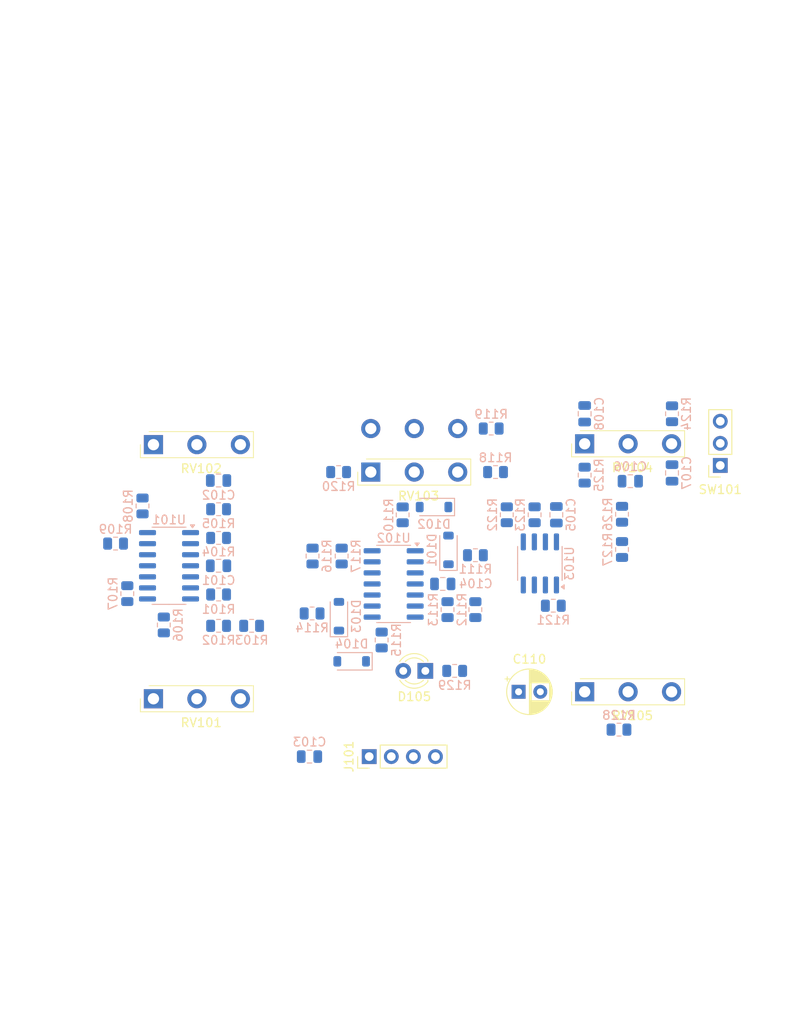
<source format=kicad_pcb>
(kicad_pcb (version 20240108) (generator "pcbnew") (generator_version "8.0")
  (layers (0 "F.Cu" signal) (31 "B.Cu" signal) (34 "B.Paste" user) (35 "F.Paste" user) (36 "B.SilkS" user "B.Silkscreen") (37 "F.SilkS" user "F.Silkscreen") (38 "B.Mask" user) (39 "F.Mask" user) (44 "Edge.Cuts" user))
  (net 0 "")
  (net 1 "GND")
  (net 2 "+9V")
  (net 3 "Net-(U101A-+)")
  (net 4 "Net-(C103-Pad2)")
  (net 5 "FX_IN")
  (net 6 "/FxFull")
  (net 7 "Net-(C106-Pad2)")
  (net 8 "Net-(C107-Pad2)")
  (net 9 "Net-(C108-Pad1)")
  (net 10 "Net-(D101-A)")
  (net 11 "Net-(D101-K)")
  (net 12 "Net-(D102-A)")
  (net 13 "Net-(D103-A)")
  (net 14 "Net-(D103-K)")
  (net 15 "Net-(D104-K)")
  (net 16 "Net-(D105-K)")
  (net 17 "FX_OUT")
  (net 18 "Net-(U101B-+)")
  (net 19 "Net-(R102-Pad2)")
  (net 20 "Net-(R106-Pad1)")
  (net 21 "Net-(U101C--)")
  (net 22 "/LoThresh")
  (net 23 "/Gtr_Gain")
  (net 24 "Net-(R108-Pad1)")
  (net 25 "Net-(U101D--)")
  (net 26 "/Bias")
  (net 27 "Net-(U102B--)")
  (net 28 "/HiRect")
  (net 29 "Net-(U102D--)")
  (net 30 "/LoRect")
  (net 31 "Net-(R118-Pad2)")
  (net 32 "Net-(R119-Pad2)")
  (net 33 "Net-(U103A--)")
  (net 34 "Net-(R121-Pad2)")
  (net 35 "Net-(U103B--)")
  (net 36 "/BYP")
  (net 37 "Net-(R128-Pad1)")
  (net 38 "/HiThresh")
  (net 39 "/TONE")
  (net 40 "Net-(SW101-B)")
  (footprint "LED_THT:LED_D3.0mm" (layer "F.Cu") (at 48.875 77.05 180)
    (property "Reference" "D105" (at 1.270001 -2.96 360) (layer "F.SilkS"))
    (property "Value" "LED")
    (pad "1" thru_hole rect (at 0 0 180) (size 1.8 1.8) (drill 0.9) (layers "*.Cu" "*.Mask") (net 16 "Net-(D105-K)"))
    (pad "2" thru_hole circle (at 2.54 0 180) (size 1.8 1.8) (drill 0.9) (layers "*.Cu" "*.Mask") (net 2 "+9V"))
  )
  (footprint "Connector_PinHeader_2.54mm:PinHeader_1x04_P2.54mm_Vertical" (layer "F.Cu") (at 42.420001 86.9 90)
    (property "Reference" "J101" (at 0 -2.33 90) (layer "F.SilkS"))
    (property "Value" "PWR")
    (pad "1" thru_hole rect (at 0 0 90) (size 1.7 1.7) (drill 1) (layers "*.Cu" "*.Mask") (net 5 "FX_IN"))
    (pad "2" thru_hole oval (at 0 2.54 90) (size 1.7 1.7) (drill 1) (layers "*.Cu" "*.Mask") (net 17 "FX_OUT"))
    (pad "3" thru_hole oval (at 0 5.079999 90) (size 1.7 1.7) (drill 1) (layers "*.Cu" "*.Mask") (net 2 "+9V"))
    (pad "4" thru_hole oval (at 0 7.62 90) (size 1.7 1.7) (drill 1) (layers "*.Cu" "*.Mask") (net 1 "GND"))
  )
  (footprint "Capacitor_THT:CP_Radial_D5.0mm_P2.50mm" (layer "F.Cu") (at 59.6 79.45)
    (property "Reference" "C110" (at 1.25 -3.75 0) (layer "F.SilkS"))
    (property "Value" "100u")
    (pad "1" thru_hole rect (at 0 0) (size 1.6 1.6) (drill 0.8) (layers "*.Cu" "*.Mask") (net 2 "+9V"))
    (pad "2" thru_hole circle (at 2.5 0) (size 1.6 1.6) (drill 0.8) (layers "*.Cu" "*.Mask") (net 1 "GND"))
  )
  (footprint "Potentiometer_THT:Potentiometer_Alpha_RV16A01F_41_Dual_Long" (layer "F.Cu") (at 42.6 54.2)
    (property "Reference" "RV103" (at 5.5 2.75 180) (layer "F.SilkS"))
    (property "Value" "100kB")
    (pad "1" thru_hole rect (at 0 0) (size 2.2 2.2) (drill 1.3) (layers "*.Cu" "*.Mask") (net 33 "Net-(U103A--)"))
    (pad "2" thru_hole circle (at 5 0) (size 2.2 2.2) (drill 1.3) (layers "*.Cu" "*.Mask") (net 33 "Net-(U103A--)"))
    (pad "3" thru_hole circle (at 10 0) (size 2.2 2.2) (drill 1.3) (layers "*.Cu" "*.Mask") (net 31 "Net-(R118-Pad2)"))
    (pad "4" thru_hole circle (at 0 -5) (size 2.2 2.2) (drill 1.3) (layers "*.Cu" "*.Mask") (net 33 "Net-(U103A--)"))
    (pad "5" thru_hole circle (at 5 -5) (size 2.2 2.2) (drill 1.3) (layers "*.Cu" "*.Mask") (net 33 "Net-(U103A--)"))
    (pad "6" thru_hole circle (at 10 -5) (size 2.2 2.2) (drill 1.3) (layers "*.Cu" "*.Mask") (net 32 "Net-(R119-Pad2)"))
  )
  (footprint "Potentiometer_THT:Potentiometer_Alpha_RV16AF_42_Single_Long" (layer "F.Cu") (at 67.2 50.95)
    (property "Reference" "RV104" (at 5.5 2.75 180) (layer "F.SilkS"))
    (property "Value" "10kB")
    (pad "1" thru_hole rect (at 0 0) (size 2.2 2.2) (drill 1.3) (layers "*.Cu" "*.Mask") (net 9 "Net-(C108-Pad1)"))
    (pad "2" thru_hole circle (at 5 0) (size 2.2 2.2) (drill 1.3) (layers "*.Cu" "*.Mask") (net 39 "/TONE"))
    (pad "3" thru_hole circle (at 10 0) (size 2.2 2.2) (drill 1.3) (layers "*.Cu" "*.Mask") (net 8 "Net-(C107-Pad2)"))
  )
  (footprint "Potentiometer_THT:Potentiometer_Alpha_RV16AF_42_Single_Long" (layer "F.Cu") (at 17.6 80.25)
    (property "Reference" "RV101" (at 5.5 2.75 180) (layer "F.SilkS"))
    (property "Value" "10k")
    (pad "1" thru_hole rect (at 0 0) (size 2.2 2.2) (drill 1.3) (layers "*.Cu" "*.Mask") (net 38 "/HiThresh"))
    (pad "2" thru_hole circle (at 5 0) (size 2.2 2.2) (drill 1.3) (layers "*.Cu" "*.Mask") (net 20 "Net-(R106-Pad1)"))
    (pad "3" thru_hole circle (at 10 0) (size 2.2 2.2) (drill 1.3) (layers "*.Cu" "*.Mask") (net 20 "Net-(R106-Pad1)"))
  )
  (footprint "Potentiometer_THT:Potentiometer_Alpha_RV16AF_42_Single_Long" (layer "F.Cu") (at 17.6 51.05)
    (property "Reference" "RV102" (at 5.5 2.75 180) (layer "F.SilkS"))
    (property "Value" "10kB")
    (pad "1" thru_hole rect (at 0 0) (size 2.2 2.2) (drill 1.3) (layers "*.Cu" "*.Mask") (net 25 "Net-(U101D--)"))
    (pad "2" thru_hole circle (at 5 0) (size 2.2 2.2) (drill 1.3) (layers "*.Cu" "*.Mask") (net 24 "Net-(R108-Pad1)"))
    (pad "3" thru_hole circle (at 10 0) (size 2.2 2.2) (drill 1.3) (layers "*.Cu" "*.Mask") (net 24 "Net-(R108-Pad1)"))
  )
  (footprint "Potentiometer_THT:Potentiometer_Alpha_RV16AF_42_Single_Long" (layer "F.Cu") (at 67.2 79.45)
    (property "Reference" "RV105" (at 5.5 2.75 180) (layer "F.SilkS"))
    (property "Value" "100kA")
    (pad "1" thru_hole rect (at 0 0) (size 2.2 2.2) (drill 1.3) (layers "*.Cu" "*.Mask") (net 1 "GND"))
    (pad "2" thru_hole circle (at 5 0) (size 2.2 2.2) (drill 1.3) (layers "*.Cu" "*.Mask") (net 37 "Net-(R128-Pad1)"))
    (pad "3" thru_hole circle (at 10 0) (size 2.2 2.2) (drill 1.3) (layers "*.Cu" "*.Mask") (net 40 "Net-(SW101-B)"))
  )
  (footprint "Connector_PinSocket_2.54mm:PinSocket_1x03_P2.54mm_Vertical" (layer "F.Cu") (at 82.8 53.44 180)
    (property "Reference" "SW101" (at 0 -2.77 0) (layer "F.SilkS"))
    (property "Value" "SW_SPDT")
    (pad "1" thru_hole rect (at 0 0 180) (size 1.7 1.7) (drill 1) (layers "*.Cu" "*.Mask") (net 36 "/BYP"))
    (pad "2" thru_hole oval (at 0 2.54 180) (size 1.7 1.7) (drill 1) (layers "*.Cu" "*.Mask") (net 40 "Net-(SW101-B)"))
    (pad "3" thru_hole oval (at 0 5.079999 180) (size 1.7 1.7) (drill 1) (layers "*.Cu" "*.Mask") (net 39 "/TONE"))
  )
  (footprint "Resistor_SMD:R_0805_2012Metric" (layer "B.Cu") (at 28.8925 71.87)
    (property "Reference" "R103" (at 0 1.65 0) (layer "B.SilkS") (effects (justify mirror)))
    (property "Value" "100k")
    (pad "1" smd roundrect (at -0.9125 0) (size 1.025 1.4) (layers "B.Cu" "B.Paste" "B.Mask") (roundrect_rratio 0.243902) (net 19 "Net-(R102-Pad2)"))
    (pad "2" smd roundrect (at 0.9125 0) (size 1.025 1.4) (layers "B.Cu" "B.Paste" "B.Mask") (roundrect_rratio 0.243902) (net 1 "GND"))
  )
  (footprint "Resistor_SMD:R_0805_2012Metric" (layer "B.Cu") (at 25.0925 71.87)
    (property "Reference" "R102" (at 0 1.65 0) (layer "B.SilkS") (effects (justify mirror)))
    (property "Value" "10k")
    (pad "1" smd roundrect (at -0.9125 0) (size 1.025 1.4) (layers "B.Cu" "B.Paste" "B.Mask") (roundrect_rratio 0.243902) (net 18 "Net-(U101B-+)"))
    (pad "2" smd roundrect (at 0.9125 0) (size 1.025 1.4) (layers "B.Cu" "B.Paste" "B.Mask") (roundrect_rratio 0.243902) (net 19 "Net-(R102-Pad2)"))
  )
  (footprint "Resistor_SMD:R_0805_2012Metric" (layer "B.Cu") (at 38.9 54.2)
    (property "Reference" "R120" (at 0 1.65 360) (layer "B.SilkS") (effects (justify mirror)))
    (property "Value" "47k")
    (pad "1" smd roundrect (at -0.9125 0) (size 1.025 1.4) (layers "B.Cu" "B.Paste" "B.Mask") (roundrect_rratio 0.243902) (net 23 "/Gtr_Gain"))
    (pad "2" smd roundrect (at 0.9125 0) (size 1.025 1.4) (layers "B.Cu" "B.Paste" "B.Mask") (roundrect_rratio 0.243902) (net 33 "Net-(U103A--)"))
  )
  (footprint "Capacitor_SMD:C_0805_2012Metric" (layer "B.Cu") (at 25.0925 64.97)
    (property "Reference" "C101" (at 0 1.679999 0) (layer "B.SilkS") (effects (justify mirror)))
    (property "Value" "100n")
    (pad "1" smd roundrect (at -0.949999 0) (size 1 1.45) (layers "B.Cu" "B.Paste" "B.Mask") (net 2 "+9V"))
    (pad "2" smd roundrect (at 0.949999 0) (size 1 1.45) (layers "B.Cu" "B.Paste" "B.Mask") (net 1 "GND"))
  )
  (footprint "Resistor_SMD:R_0805_2012Metric" (layer "B.Cu") (at 54.635 63.7575 180)
    (property "Reference" "R111" (at 0.005 -1.595 0) (layer "B.SilkS") (effects (justify mirror)))
    (property "Value" "100k")
    (pad "1" smd roundrect (at -0.9125 0 180) (size 1.025 1.4) (layers "B.Cu" "B.Paste" "B.Mask") (roundrect_rratio 0.243902) (net 23 "/Gtr_Gain"))
    (pad "2" smd roundrect (at 0.9125 0 180) (size 1.025 1.4) (layers "B.Cu" "B.Paste" "B.Mask") (roundrect_rratio 0.243902) (net 11 "Net-(D101-K)"))
  )
  (footprint "Resistor_SMD:R_0805_2012Metric" (layer "B.Cu") (at 56.95 54.2 180)
    (property "Reference" "R118" (at 0 1.65 360) (layer "B.SilkS") (effects (justify mirror)))
    (property "Value" "47k")
    (pad "1" smd roundrect (at -0.9125 0 180) (size 1.025 1.4) (layers "B.Cu" "B.Paste" "B.Mask") (roundrect_rratio 0.243902) (net 28 "/HiRect"))
    (pad "2" smd roundrect (at 0.9125 0 180) (size 1.025 1.4) (layers "B.Cu" "B.Paste" "B.Mask") (roundrect_rratio 0.243902) (net 31 "Net-(R118-Pad2)"))
  )
  (footprint "Package_SO:SOIC-8_3.9x4.9mm_P1.27mm" (layer "B.Cu") (at 62.05 64.7 90)
    (property "Reference" "U103" (at 0 3.4 90) (layer "B.SilkS") (effects (justify mirror)))
    (property "Value" "TL072")
    (pad "1" smd roundrect (at -2.475 1.905 90) (size 1.95 0.6) (layers "B.Cu" "B.Paste" "B.Mask") (net 34 "Net-(R121-Pad2)"))
    (pad "2" smd roundrect (at -2.475 0.635 90) (size 1.95 0.6) (layers "B.Cu" "B.Paste" "B.Mask") (net 33 "Net-(U103A--)"))
    (pad "3" smd roundrect (at -2.475 -0.635 90) (size 1.95 0.6) (layers "B.Cu" "B.Paste" "B.Mask") (net 26 "/Bias"))
    (pad "4" smd roundrect (at -2.475 -1.905 90) (size 1.95 0.6) (layers "B.Cu" "B.Paste" "B.Mask") (net 1 "GND"))
    (pad "5" smd roundrect (at 2.475 -1.905 90) (size 1.95 0.6) (layers "B.Cu" "B.Paste" "B.Mask") (net 26 "/Bias"))
    (pad "6" smd roundrect (at 2.475 -0.635 90) (size 1.95 0.6) (layers "B.Cu" "B.Paste" "B.Mask") (net 35 "Net-(U103B--)"))
    (pad "7" smd roundrect (at 2.475 0.635 90) (size 1.95 0.6) (layers "B.Cu" "B.Paste" "B.Mask") (net 6 "/FxFull"))
    (pad "8" smd roundrect (at 2.475 1.905 90) (size 1.95 0.6) (layers "B.Cu" "B.Paste" "B.Mask") (net 2 "+9V"))
  )
  (footprint "Resistor_SMD:R_0805_2012Metric" (layer "B.Cu") (at 39.25 63.85 90)
    (property "Reference" "R117" (at 0 1.65 90) (layer "B.SilkS") (effects (justify mirror)))
    (property "Value" "100k")
    (pad "1" smd roundrect (at -0.9125 0 90) (size 1.025 1.4) (layers "B.Cu" "B.Paste" "B.Mask") (roundrect_rratio 0.243902) (net 29 "Net-(U102D--)"))
    (pad "2" smd roundrect (at 0.9125 0 90) (size 1.025 1.4) (layers "B.Cu" "B.Paste" "B.Mask") (roundrect_rratio 0.243902) (net 30 "/LoRect"))
  )
  (footprint "Resistor_SMD:R_0805_2012Metric" (layer "B.Cu") (at 77.25 47.5 90)
    (property "Reference" "R124" (at 0 1.65 90) (layer "B.SilkS") (effects (justify mirror)))
    (property "Value" "1k8")
    (pad "1" smd roundrect (at -0.9125 0 90) (size 1.025 1.4) (layers "B.Cu" "B.Paste" "B.Mask") (roundrect_rratio 0.243902) (net 8 "Net-(C107-Pad2)"))
    (pad "2" smd roundrect (at 0.9125 0 90) (size 1.025 1.4) (layers "B.Cu" "B.Paste" "B.Mask") (roundrect_rratio 0.243902) (net 1 "GND"))
  )
  (footprint "Capacitor_SMD:C_0805_2012Metric" (layer "B.Cu") (at 25.0925 55.17)
    (property "Reference" "C102" (at 0 1.679999 0) (layer "B.SilkS") (effects (justify mirror)))
    (property "Value" "100n")
    (pad "1" smd roundrect (at -0.949999 0) (size 1 1.45) (layers "B.Cu" "B.Paste" "B.Mask") (net 3 "Net-(U101A-+)"))
    (pad "2" smd roundrect (at 0.949999 0) (size 1 1.45) (layers "B.Cu" "B.Paste" "B.Mask") (net 1 "GND"))
  )
  (footprint "Resistor_SMD:R_0805_2012Metric" (layer "B.Cu") (at 58.245 59.108573 -90)
    (property "Reference" "R122" (at 0 1.65 90) (layer "B.SilkS") (effects (justify mirror)))
    (property "Value" "47k")
    (pad "1" smd roundrect (at -0.9125 0 270) (size 1.025 1.4) (layers "B.Cu" "B.Paste" "B.Mask") (roundrect_rratio 0.243902) (net 34 "Net-(R121-Pad2)"))
    (pad "2" smd roundrect (at 0.9125 0 270) (size 1.025 1.4) (layers "B.Cu" "B.Paste" "B.Mask") (roundrect_rratio 0.243902) (net 35 "Net-(U103B--)"))
  )
  (footprint "Resistor_SMD:R_0805_2012Metric" (layer "B.Cu") (at 25.0925 68.27 180)
    (property "Reference" "R101" (at 0 -1.7 0) (layer "B.SilkS") (effects (justify mirror)))
    (property "Value" "100k")
    (pad "1" smd roundrect (at -0.9125 0 180) (size 1.025 1.4) (layers "B.Cu" "B.Paste" "B.Mask") (roundrect_rratio 0.243902) (net 2 "+9V"))
    (pad "2" smd roundrect (at 0.9125 0 180) (size 1.025 1.4) (layers "B.Cu" "B.Paste" "B.Mask") (roundrect_rratio 0.243902) (net 18 "Net-(U101B-+)"))
  )
  (footprint "Resistor_SMD:R_0805_2012Metric" (layer "B.Cu") (at 35.85 70.45)
    (property "Reference" "R114" (at 0 1.65 360) (layer "B.SilkS") (effects (justify mirror)))
    (property "Value" "100k")
    (pad "1" smd roundrect (at -0.9125 0) (size 1.025 1.4) (layers "B.Cu" "B.Paste" "B.Mask") (roundrect_rratio 0.243902) (net 23 "/Gtr_Gain"))
    (pad "2" smd roundrect (at 0.9125 0) (size 1.025 1.4) (layers "B.Cu" "B.Paste" "B.Mask") (roundrect_rratio 0.243902) (net 13 "Net-(D103-A)"))
  )
  (footprint "Capacitor_SMD:C_0805_2012Metric" (layer "B.Cu") (at 50.88 67.0575)
    (property "Reference" "C104" (at 3.8 -0.025 0) (layer "B.SilkS") (effects (justify mirror)))
    (property "Value" "100n")
    (pad "1" smd roundrect (at -0.949999 0) (size 1 1.45) (layers "B.Cu" "B.Paste" "B.Mask") (net 2 "+9V"))
    (pad "2" smd roundrect (at 0.949999 0) (size 1 1.45) (layers "B.Cu" "B.Paste" "B.Mask") (net 1 "GND"))
  )
  (footprint "Resistor_SMD:R_0805_2012Metric" (layer "B.Cu") (at 51.43 70.0075 -90)
    (property "Reference" "R113" (at 0 1.65 90) (layer "B.SilkS") (effects (justify mirror)))
    (property "Value" "100k")
    (pad "1" smd roundrect (at -0.9125 0 270) (size 1.025 1.4) (layers "B.Cu" "B.Paste" "B.Mask") (roundrect_rratio 0.243902) (net 27 "Net-(U102B--)"))
    (pad "2" smd roundrect (at 0.9125 0 270) (size 1.025 1.4) (layers "B.Cu" "B.Paste" "B.Mask") (roundrect_rratio 0.243902) (net 28 "/HiRect"))
  )
  (footprint "Resistor_SMD:R_0805_2012Metric" (layer "B.Cu") (at 61.445 59.108572 -90)
    (property "Reference" "R123" (at 0 1.65 90) (layer "B.SilkS") (effects (justify mirror)))
    (property "Value" "100k")
    (pad "1" smd roundrect (at -0.9125 0 270) (size 1.025 1.4) (layers "B.Cu" "B.Paste" "B.Mask") (roundrect_rratio 0.243902) (net 35 "Net-(U103B--)"))
    (pad "2" smd roundrect (at 0.9125 0 270) (size 1.025 1.4) (layers "B.Cu" "B.Paste" "B.Mask") (roundrect_rratio 0.243902) (net 6 "/FxFull"))
  )
  (footprint "Resistor_SMD:R_0805_2012Metric" (layer "B.Cu") (at 71.5 59.05 -90)
    (property "Reference" "R126" (at 0 1.65 90) (layer "B.SilkS") (effects (justify mirror)))
    (property "Value" "100k")
    (pad "1" smd roundrect (at -0.9125 0 270) (size 1.025 1.4) (layers "B.Cu" "B.Paste" "B.Mask") (roundrect_rratio 0.243902) (net 7 "Net-(C106-Pad2)"))
    (pad "2" smd roundrect (at 0.9125 0 270) (size 1.025 1.4) (layers "B.Cu" "B.Paste" "B.Mask") (roundrect_rratio 0.243902) (net 36 "/BYP"))
  )
  (footprint "Resistor_SMD:R_0805_2012Metric" (layer "B.Cu") (at 56.45 49.2 180)
    (property "Reference" "R119" (at 0 1.65 0) (layer "B.SilkS") (effects (justify mirror)))
    (property "Value" "47k")
    (pad "1" smd roundrect (at -0.9125 0 180) (size 1.025 1.4) (layers "B.Cu" "B.Paste" "B.Mask") (roundrect_rratio 0.243902) (net 30 "/LoRect"))
    (pad "2" smd roundrect (at 0.9125 0 180) (size 1.025 1.4) (layers "B.Cu" "B.Paste" "B.Mask") (roundrect_rratio 0.243902) (net 32 "Net-(R119-Pad2)"))
  )
  (footprint "Resistor_SMD:R_0805_2012Metric" (layer "B.Cu") (at 35.9 63.85 90)
    (property "Reference" "R116" (at 0 1.65 90) (layer "B.SilkS") (effects (justify mirror)))
    (property "Value" "100k")
    (pad "1" smd roundrect (at -0.9125 0 90) (size 1.025 1.4) (layers "B.Cu" "B.Paste" "B.Mask") (roundrect_rratio 0.243902) (net 26 "/Bias"))
    (pad "2" smd roundrect (at 0.9125 0 90) (size 1.025 1.4) (layers "B.Cu" "B.Paste" "B.Mask") (roundrect_rratio 0.243902) (net 29 "Net-(U102D--)"))
  )
  (footprint "Diode_SMD:D_SOD-123" (layer "B.Cu") (at 40.4 75.95 180)
    (property "Reference" "D104" (at 0 2 0) (layer "B.SilkS") (effects (justify mirror)))
    (property "Value" "1N4148W")
    (pad "1" smd roundrect (at -1.65 0 180) (size 0.9 1.2) (layers "B.Cu" "B.Paste" "B.Mask") (net 15 "Net-(D104-K)"))
    (pad "2" smd roundrect (at 1.65 0 180) (size 0.9 1.2) (layers "B.Cu" "B.Paste" "B.Mask") (net 14 "Net-(D103-K)"))
  )
  (footprint "Diode_SMD:D_SOD-123" (layer "B.Cu") (at 51.535 63.1475 90)
    (property "Reference" "D101" (at -0.025 -1.9 90) (layer "B.SilkS") (effects (justify mirror)))
    (property "Value" "1N4148W")
    (pad "1" smd roundrect (at -1.65 0 90) (size 0.9 1.2) (layers "B.Cu" "B.Paste" "B.Mask") (net 11 "Net-(D101-K)"))
    (pad "2" smd roundrect (at 1.65 0 90) (size 0.9 1.2) (layers "B.Cu" "B.Paste" "B.Mask") (net 10 "Net-(D101-A)"))
  )
  (footprint "Resistor_SMD:R_0805_2012Metric" (layer "B.Cu") (at 67.2 54.55 90)
    (property "Reference" "R125" (at 0 1.65 90) (layer "B.SilkS") (effects (justify mirror)))
    (property "Value" "5k6")
    (pad "1" smd roundrect (at -0.9125 0 90) (size 1.025 1.4) (layers "B.Cu" "B.Paste" "B.Mask") (roundrect_rratio 0.243902) (net 7 "Net-(C106-Pad2)"))
    (pad "2" smd roundrect (at 0.9125 0 90) (size 1.025 1.4) (layers "B.Cu" "B.Paste" "B.Mask") (roundrect_rratio 0.243902) (net 9 "Net-(C108-Pad1)"))
  )
  (footprint "Diode_SMD:D_SOD-123" (layer "B.Cu") (at 38.935 70.7675 90)
    (property "Reference" "D103" (at 0 2.000001 90) (layer "B.SilkS") (effects (justify mirror)))
    (property "Value" "1N4148W")
    (pad "1" smd roundrect (at -1.65 0 90) (size 0.9 1.2) (layers "B.Cu" "B.Paste" "B.Mask") (net 14 "Net-(D103-K)"))
    (pad "2" smd roundrect (at 1.65 0 90) (size 0.9 1.2) (layers "B.Cu" "B.Paste" "B.Mask") (net 13 "Net-(D103-A)"))
  )
  (footprint "Resistor_SMD:R_0805_2012Metric" (layer "B.Cu") (at 71.15 83.8 180)
    (property "Reference" "R128" (at 0 1.65 0) (layer "B.SilkS") (effects (justify mirror)))
    (property "Value" "220R")
    (pad "1" smd roundrect (at -0.9125 0 180) (size 1.025 1.4) (layers "B.Cu" "B.Paste" "B.Mask") (roundrect_rratio 0.243902) (net 37 "Net-(R128-Pad1)"))
    (pad "2" smd roundrect (at 0.9125 0 180) (size 1.025 1.4) (layers "B.Cu" "B.Paste" "B.Mask") (roundrect_rratio 0.243902) (net 17 "FX_OUT"))
  )
  (footprint "Resistor_SMD:R_0805_2012Metric" (layer "B.Cu") (at 13.2425 62.42 180)
    (property "Reference" "R109" (at 0 1.65 0) (layer "B.SilkS") (effects (justify mirror)))
    (property "Value" "3k3")
    (pad "1" smd roundrect (at -0.9125 0 180) (size 1.025 1.4) (layers "B.Cu" "B.Paste" "B.Mask") (roundrect_rratio 0.243902) (net 4 "Net-(C103-Pad2)"))
    (pad "2" smd roundrect (at 0.9125 0 180) (size 1.025 1.4) (layers "B.Cu" "B.Paste" "B.Mask") (roundrect_rratio 0.243902) (net 25 "Net-(U101D--)"))
  )
  (footprint "Capacitor_SMD:C_0805_2012Metric" (layer "B.Cu") (at 72.45 55.25 180)
    (property "Reference" "C106" (at 0 1.68 0) (layer "B.SilkS") (effects (justify mirror)))
    (property "Value" "1u")
    (pad "1" smd roundrect (at -0.95 0 180) (size 1 1.45) (layers "B.Cu" "B.Paste" "B.Mask") (net 6 "/FxFull"))
    (pad "2" smd roundrect (at 0.95 0 180) (size 1 1.45) (layers "B.Cu" "B.Paste" "B.Mask") (net 7 "Net-(C106-Pad2)"))
  )
  (footprint "Resistor_SMD:R_0805_2012Metric" (layer "B.Cu") (at 14.5925 68.17 -90)
    (property "Reference" "R107" (at 0 1.65 90) (layer "B.SilkS") (effects (justify mirror)))
    (property "Value" "47k")
    (pad "1" smd roundrect (at -0.9125 0 270) (size 1.025 1.4) (layers "B.Cu" "B.Paste" "B.Mask") (roundrect_rratio 0.243902) (net 21 "Net-(U101C--)"))
    (pad "2" smd roundrect (at 0.9125 0 270) (size 1.025 1.4) (layers "B.Cu" "B.Paste" "B.Mask") (roundrect_rratio 0.243902) (net 22 "/LoThresh"))
  )
  (footprint "Resistor_SMD:R_0805_2012Metric" (layer "B.Cu") (at 25.0925 61.77 180)
    (property "Reference" "R104" (at 0 -1.6 0) (layer "B.SilkS") (effects (justify mirror)))
    (property "Value" "100k")
    (pad "1" smd roundrect (at -0.9125 0 180) (size 1.025 1.4) (layers "B.Cu" "B.Paste" "B.Mask") (roundrect_rratio 0.243902) (net 2 "+9V"))
    (pad "2" smd roundrect (at 0.9125 0 180) (size 1.025 1.4) (layers "B.Cu" "B.Paste" "B.Mask") (roundrect_rratio 0.243902) (net 3 "Net-(U101A-+)"))
  )
  (footprint "Capacitor_SMD:C_0805_2012Metric" (layer "B.Cu") (at 67.2 47.5 90)
    (property "Reference" "C108" (at 0 1.679999 90) (layer "B.SilkS") (effects (justify mirror)))
    (property "Value" "100n")
    (pad "1" smd roundrect (at -0.949999 0 90) (size 1 1.45) (layers "B.Cu" "B.Paste" "B.Mask") (net 9 "Net-(C108-Pad1)"))
    (pad "2" smd roundrect (at 0.949999 0 90) (size 1 1.45) (layers "B.Cu" "B.Paste" "B.Mask") (net 1 "GND"))
  )
  (footprint "Package_SO:SOIC-14_3.9x8.7mm_P1.27mm" (layer "B.Cu") (at 45.23 67.0575 180)
    (property "Reference" "U102" (at 0 5.28 0) (layer "B.SilkS") (effects (justify mirror)))
    (property "Value" "TL074")
    (pad "1" smd roundrect (at -2.475 3.81 180) (size 1.95 0.6) (layers "B.Cu" "B.Paste" "B.Mask") (net 10 "Net-(D101-A)"))
    (pad "2" smd roundrect (at -2.475 2.54 180) (size 1.95 0.6) (layers "B.Cu" "B.Paste" "B.Mask") (net 11 "Net-(D101-K)"))
    (pad "3" smd roundrect (at -2.475 1.27 180) (size 1.95 0.6) (layers "B.Cu" "B.Paste" "B.Mask") (net 38 "/HiThresh"))
    (pad "4" smd roundrect (at -2.475 0 180) (size 1.95 0.6) (layers "B.Cu" "B.Paste" "B.Mask") (net 2 "+9V"))
    (pad "5" smd roundrect (at -2.475 -1.27 180) (size 1.95 0.6) (layers "B.Cu" "B.Paste" "B.Mask") (net 12 "Net-(D102-A)"))
    (pad "6" smd roundrect (at -2.475 -2.54 180) (size 1.95 0.6) (layers "B.Cu" "B.Paste" "B.Mask") (net 27 "Net-(U102B--)"))
    (pad "7" smd roundrect (at -2.475 -3.81 180) (size 1.95 0.6) (layers "B.Cu" "B.Paste" "B.Mask") (net 28 "/HiRect"))
    (pad "8" smd roundrect (at 2.475 -3.81 180) (size 1.95 0.6) (layers "B.Cu" "B.Paste" "B.Mask") (net 14 "Net-(D103-K)"))
    (pad "9" smd roundrect (at 2.475 -2.54 180) (size 1.95 0.6) (layers "B.Cu" "B.Paste" "B.Mask") (net 13 "Net-(D103-A)"))
    (pad "10" smd roundrect (at 2.475 -1.27 180) (size 1.95 0.6) (layers "B.Cu" "B.Paste" "B.Mask") (net 22 "/LoThresh"))
    (pad "11" smd roundrect (at 2.475 0 180) (size 1.95 0.6) (layers "B.Cu" "B.Paste" "B.Mask") (net 1 "GND"))
    (pad "12" smd roundrect (at 2.475 1.27 180) (size 1.95 0.6) (layers "B.Cu" "B.Paste" "B.Mask") (net 15 "Net-(D104-K)"))
    (pad "13" smd roundrect (at 2.475 2.54 180) (size 1.95 0.6) (layers "B.Cu" "B.Paste" "B.Mask") (net 29 "Net-(U102D--)"))
    (pad "14" smd roundrect (at 2.475 3.81 180) (size 1.95 0.6) (layers "B.Cu" "B.Paste" "B.Mask") (net 30 "/LoRect"))
  )
  (footprint "Capacitor_SMD:C_0805_2012Metric" (layer "B.Cu") (at 35.55 86.9 180)
    (property "Reference" "C103" (at 0 1.68 0) (layer "B.SilkS") (effects (justify mirror)))
    (property "Value" "1u")
    (pad "1" smd roundrect (at -0.95 0 180) (size 1 1.45) (layers "B.Cu" "B.Paste" "B.Mask") (net 5 "FX_IN"))
    (pad "2" smd roundrect (at 0.95 0 180) (size 1 1.45) (layers "B.Cu" "B.Paste" "B.Mask") (net 4 "Net-(C103-Pad2)"))
  )
  (footprint "Capacitor_SMD:C_0805_2012Metric" (layer "B.Cu") (at 77.25 54.3 90)
    (property "Reference" "C107" (at 0 1.679999 90) (layer "B.SilkS") (effects (justify mirror)))
    (property "Value" "100n")
    (pad "1" smd roundrect (at -0.949999 0 90) (size 1 1.45) (layers "B.Cu" "B.Paste" "B.Mask") (net 6 "/FxFull"))
    (pad "2" smd roundrect (at 0.949999 0 90) (size 1 1.45) (layers "B.Cu" "B.Paste" "B.Mask") (net 8 "Net-(C107-Pad2)"))
  )
  (footprint "Diode_SMD:D_SOD-123" (layer "B.Cu") (at 49.875 58.2175 180)
    (property "Reference" "D102" (at 0 -1.975 0) (layer "B.SilkS") (effects (justify mirror)))
    (property "Value" "1N4148W")
    (pad "1" smd roundrect (at -1.65 0 180) (size 0.9 1.2) (layers "B.Cu" "B.Paste" "B.Mask") (net 10 "Net-(D101-A)"))
    (pad "2" smd roundrect (at 1.65 0 180) (size 0.9 1.2) (layers "B.Cu" "B.Paste" "B.Mask") (net 12 "Net-(D102-A)"))
  )
  (footprint "Resistor_SMD:R_0805_2012Metric" (layer "B.Cu") (at 16.3425 58.095 -90)
    (property "Reference" "R108" (at 0 1.65 90) (layer "B.SilkS") (effects (justify mirror)))
    (property "Value" "3k3")
    (pad "1" smd roundrect (at -0.9125 0 270) (size 1.025 1.4) (layers "B.Cu" "B.Paste" "B.Mask") (roundrect_rratio 0.243902) (net 24 "Net-(R108-Pad1)"))
    (pad "2" smd roundrect (at 0.9125 0 270) (size 1.025 1.4) (layers "B.Cu" "B.Paste" "B.Mask") (roundrect_rratio 0.243902) (net 23 "/Gtr_Gain"))
  )
  (footprint "Resistor_SMD:R_0805_2012Metric" (layer "B.Cu") (at 71.5 63.1 -90)
    (property "Reference" "R127" (at 0 1.65 90) (layer "B.SilkS") (effects (justify mirror)))
    (property "Value" "100k")
    (pad "1" smd roundrect (at -0.9125 0 270) (size 1.025 1.4) (layers "B.Cu" "B.Paste" "B.Mask") (roundrect_rratio 0.243902) (net 36 "/BYP"))
    (pad "2" smd roundrect (at 0.9125 0 270) (size 1.025 1.4) (layers "B.Cu" "B.Paste" "B.Mask") (roundrect_rratio 0.243902) (net 1 "GND"))
  )
  (footprint "Resistor_SMD:R_0805_2012Metric" (layer "B.Cu") (at 63.595 69.558572)
    (property "Reference" "R121" (at 0 1.65 360) (layer "B.SilkS") (effects (justify mirror)))
    (property "Value" "47k")
    (pad "1" smd roundrect (at -0.9125 0) (size 1.025 1.4) (layers "B.Cu" "B.Paste" "B.Mask") (roundrect_rratio 0.243902) (net 33 "Net-(U103A--)"))
    (pad "2" smd roundrect (at 0.9125 0) (size 1.025 1.4) (layers "B.Cu" "B.Paste" "B.Mask") (roundrect_rratio 0.243902) (net 34 "Net-(R121-Pad2)"))
  )
  (footprint "Resistor_SMD:R_0805_2012Metric" (layer "B.Cu") (at 43.85 73.5 -90)
    (property "Reference" "R115" (at 0 -1.7 90) (layer "B.SilkS") (effects (justify mirror)))
    (property "Value" "100k")
    (pad "1" smd roundrect (at -0.9125 0 270) (size 1.025 1.4) (layers "B.Cu" "B.Paste" "B.Mask") (roundrect_rratio 0.243902) (net 13 "Net-(D103-A)"))
    (pad "2" smd roundrect (at 0.9125 0 270) (size 1.025 1.4) (layers "B.Cu" "B.Paste" "B.Mask") (roundrect_rratio 0.243902) (net 15 "Net-(D104-K)"))
  )
  (footprint "Resistor_SMD:R_0805_2012Metric" (layer "B.Cu") (at 25.0925 58.47)
    (property "Reference" "R105" (at 0 1.65 0) (layer "B.SilkS") (effects (justify mirror)))
    (property "Value" "100k")
    (pad "1" smd roundrect (at -0.9125 0) (size 1.025 1.4) (layers "B.Cu" "B.Paste" "B.Mask") (roundrect_rratio 0.243902) (net 3 "Net-(U101A-+)"))
    (pad "2" smd roundrect (at 0.9125 0) (size 1.025 1.4) (layers "B.Cu" "B.Paste" "B.Mask") (roundrect_rratio 0.243902) (net 1 "GND"))
  )
  (footprint "Resistor_SMD:R_0805_2012Metric" (layer "B.Cu") (at 52.25 77.05)
    (property "Reference" "R129" (at 0 1.65 360) (layer "B.SilkS") (effects (justify mirror)))
    (property "Value" "3k3")
    (pad "1" smd roundrect (at -0.9125 0) (size 1.025 1.4) (layers "B.Cu" "B.Paste" "B.Mask") (roundrect_rratio 0.243902) (net 16 "Net-(D105-K)"))
    (pad "2" smd roundrect (at 0.9125 0) (size 1.025 1.4) (layers "B.Cu" "B.Paste" "B.Mask") (roundrect_rratio 0.243902) (net 1 "GND"))
  )
  (footprint "Resistor_SMD:R_0805_2012Metric" (layer "B.Cu") (at 46.265 59.1175 90)
    (property "Reference" "R110" (at -0.025 -1.6 90) (layer "B.SilkS") (effects (justify mirror)))
    (property "Value" "100k")
    (pad "1" smd roundrect (at -0.9125 0 90) (size 1.025 1.4) (layers "B.Cu" "B.Paste" "B.Mask") (roundrect_rratio 0.243902) (net 11 "Net-(D101-K)"))
    (pad "2" smd roundrect (at 0.9125 0 90) (size 1.025 1.4) (layers "B.Cu" "B.Paste" "B.Mask") (roundrect_rratio 0.243902) (net 12 "Net-(D102-A)"))
  )
  (footprint "Package_SO:SOIC-14_3.9x8.7mm_P1.27mm" (layer "B.Cu") (at 19.3925 64.97 180)
    (property "Reference" "U101" (at 0 5.28 0) (layer "B.SilkS") (effects (justify mirror)))
    (property "Value" "TL074")
    (pad "1" smd roundrect (at -2.475 3.81 180) (size 1.95 0.6) (layers "B.Cu" "B.Paste" "B.Mask") (net 26 "/Bias"))
    (pad "2" smd roundrect (at -2.475 2.54 180) (size 1.95 0.6) (layers "B.Cu" "B.Paste" "B.Mask") (net 26 "/Bias"))
    (pad "3" smd roundrect (at -2.475 1.27 180) (size 1.95 0.6) (layers "B.Cu" "B.Paste" "B.Mask") (net 3 "Net-(U101A-+)"))
    (pad "4" smd roundrect (at -2.475 0 180) (size 1.95 0.6) (layers "B.Cu" "B.Paste" "B.Mask") (net 2 "+9V"))
    (pad "5" smd roundrect (at -2.475 -1.27 180) (size 1.95 0.6) (layers "B.Cu" "B.Paste" "B.Mask") (net 18 "Net-(U101B-+)"))
    (pad "6" smd roundrect (at -2.475 -2.54 180) (size 1.95 0.6) (layers "B.Cu" "B.Paste" "B.Mask") (net 38 "/HiThresh"))
    (pad "7" smd roundrect (at -2.475 -3.81 180) (size 1.95 0.6) (layers "B.Cu" "B.Paste" "B.Mask") (net 38 "/HiThresh"))
    (pad "8" smd roundrect (at 2.475 -3.81 180) (size 1.95 0.6) (layers "B.Cu" "B.Paste" "B.Mask") (net 22 "/LoThresh"))
    (pad "9" smd roundrect (at 2.475 -2.54 180) (size 1.95 0.6) (layers "B.Cu" "B.Paste" "B.Mask") (net 21 "Net-(U101C--)"))
    (pad "10" smd roundrect (at 2.475 -1.27 180) (size 1.95 0.6) (layers "B.Cu" "B.Paste" "B.Mask") (net 26 "/Bias"))
    (pad "11" smd roundrect (at 2.475 0 180) (size 1.95 0.6) (layers "B.Cu" "B.Paste" "B.Mask") (net 1 "GND"))
    (pad "12" smd roundrect (at 2.475 1.27 180) (size 1.95 0.6) (layers "B.Cu" "B.Paste" "B.Mask") (net 26 "/Bias"))
    (pad "13" smd roundrect (at 2.475 2.54 180) (size 1.95 0.6) (layers "B.Cu" "B.Paste" "B.Mask") (net 25 "Net-(U101D--)"))
    (pad "14" smd roundrect (at 2.475 3.81 180) (size 1.95 0.6) (layers "B.Cu" "B.Paste" "B.Mask") (net 23 "/Gtr_Gain"))
  )
  (footprint "Resistor_SMD:R_0805_2012Metric" (layer "B.Cu") (at 54.63 70.0075 90)
    (property "Reference" "R112" (at 0 -1.55 90) (layer "B.SilkS") (effects (justify mirror)))
    (property "Value" "100k")
    (pad "1" smd roundrect (at -0.9125 0 90) (size 1.025 1.4) (layers "B.Cu" "B.Paste" "B.Mask") (roundrect_rratio 0.243902) (net 26 "/Bias"))
    (pad "2" smd roundrect (at 0.9125 0 90) (size 1.025 1.4) (layers "B.Cu" "B.Paste" "B.Mask") (roundrect_rratio 0.243902) (net 27 "Net-(U102B--)"))
  )
  (footprint "Resistor_SMD:R_0805_2012Metric" (layer "B.Cu") (at 18.7925 71.77 90)
    (property "Reference" "R106" (at 0 1.65 90) (layer "B.SilkS") (effects (justify mirror)))
    (property "Value" "47k")
    (pad "1" smd roundrect (at -0.9125 0 90) (size 1.025 1.4) (layers "B.Cu" "B.Paste" "B.Mask") (roundrect_rratio 0.243902) (net 20 "Net-(R106-Pad1)"))
    (pad "2" smd roundrect (at 0.9125 0 90) (size 1.025 1.4) (layers "B.Cu" "B.Paste" "B.Mask") (roundrect_rratio 0.243902) (net 21 "Net-(U101C--)"))
  )
  (footprint "Capacitor_SMD:C_0805_2012Metric" (layer "B.Cu") (at 63.945 59.108572 90)
    (property "Reference" "C105" (at 0 1.679999 90) (layer "B.SilkS") (effects (justify mirror)))
    (property "Value" "100n")
    (pad "1" smd roundrect (at -0.949999 0 90) (size 1 1.45) (layers "B.Cu" "B.Paste" "B.Mask") (net 2 "+9V"))
    (pad "2" smd roundrect (at 0.949999 0 90) (size 1 1.45) (layers "B.Cu" "B.Paste" "B.Mask") (net 1 "GND"))
  )
)
</source>
